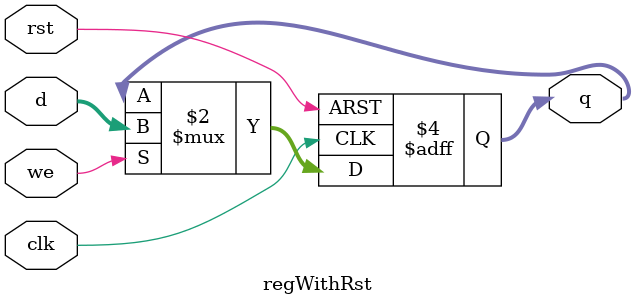
<source format=v>
`timescale 1ns / 1ps
module regWithRst #(parameter N = 8)(
    input clk,
    input rst,
    input we,
    input [N-1:0] d,
    output reg [N-1:0] q
    );

    always @ ( posedge clk, posedge rst )
    begin
        if ( rst )
        begin
            q <= 0;
        end
        else if ( we )
        begin
            q <= d;
        end
    end
endmodule

</source>
